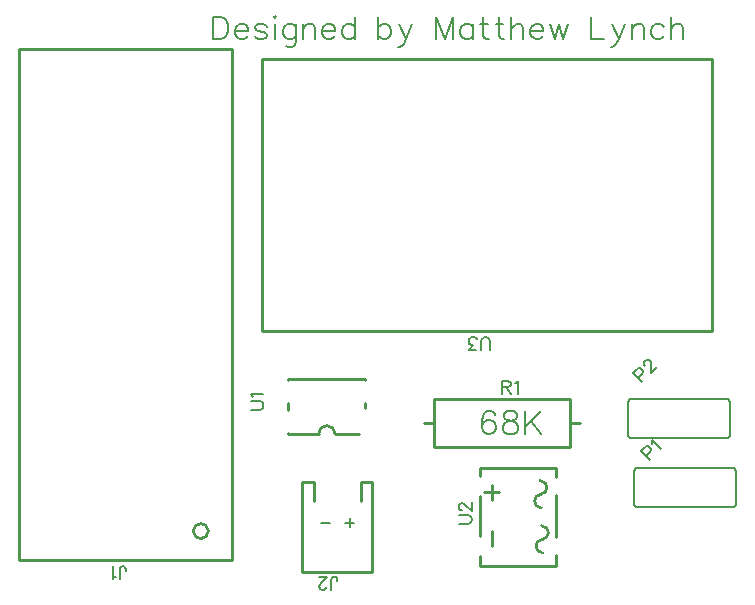
<source format=gto>
G04 Layer: TopSilkLayer*
G04 EasyEDA v6.4.25, 2022-04-24T12:17:40--3:00*
G04 602a4f6619a94e3489c8bc082f1fd867,10*
G04 Gerber Generator version 0.2*
G04 Scale: 100 percent, Rotated: No, Reflected: No *
G04 Dimensions in millimeters *
G04 leading zeros omitted , absolute positions ,4 integer and 5 decimal *
%FSLAX45Y45*%
%MOMM*%

%ADD10C,0.2540*%
%ADD19C,0.2000*%
%ADD20C,0.2032*%
%ADD21C,0.1524*%

%LPD*%
D20*
X3507993Y671576D02*
G01*
X3507993Y589534D01*
X3467100Y630681D02*
G01*
X3548888Y630681D01*
X3263900Y630681D02*
G01*
X3345688Y630681D01*
X2349500Y4913629D02*
G01*
X2349500Y4722621D01*
X2349500Y4913629D02*
G01*
X2413254Y4913629D01*
X2440431Y4904486D01*
X2458465Y4886197D01*
X2467609Y4868163D01*
X2476754Y4840731D01*
X2476754Y4795265D01*
X2467609Y4768087D01*
X2458465Y4749800D01*
X2440431Y4731765D01*
X2413254Y4722621D01*
X2349500Y4722621D01*
X2536697Y4795265D02*
G01*
X2645918Y4795265D01*
X2645918Y4813554D01*
X2636774Y4831587D01*
X2627629Y4840731D01*
X2609595Y4849876D01*
X2582163Y4849876D01*
X2564129Y4840731D01*
X2545841Y4822697D01*
X2536697Y4795265D01*
X2536697Y4777231D01*
X2545841Y4749800D01*
X2564129Y4731765D01*
X2582163Y4722621D01*
X2609595Y4722621D01*
X2627629Y4731765D01*
X2645918Y4749800D01*
X2805938Y4822697D02*
G01*
X2796793Y4840731D01*
X2769615Y4849876D01*
X2742184Y4849876D01*
X2715006Y4840731D01*
X2705861Y4822697D01*
X2715006Y4804410D01*
X2733040Y4795265D01*
X2778506Y4786121D01*
X2796793Y4777231D01*
X2805938Y4758944D01*
X2805938Y4749800D01*
X2796793Y4731765D01*
X2769615Y4722621D01*
X2742184Y4722621D01*
X2715006Y4731765D01*
X2705861Y4749800D01*
X2865881Y4913629D02*
G01*
X2875025Y4904486D01*
X2884170Y4913629D01*
X2875025Y4922520D01*
X2865881Y4913629D01*
X2875025Y4849876D02*
G01*
X2875025Y4722621D01*
X3053079Y4849876D02*
G01*
X3053079Y4704334D01*
X3043936Y4677155D01*
X3035045Y4668012D01*
X3016758Y4658868D01*
X2989579Y4658868D01*
X2971291Y4668012D01*
X3053079Y4822697D02*
G01*
X3035045Y4840731D01*
X3016758Y4849876D01*
X2989579Y4849876D01*
X2971291Y4840731D01*
X2953258Y4822697D01*
X2944113Y4795265D01*
X2944113Y4777231D01*
X2953258Y4749800D01*
X2971291Y4731765D01*
X2989579Y4722621D01*
X3016758Y4722621D01*
X3035045Y4731765D01*
X3053079Y4749800D01*
X3113024Y4849876D02*
G01*
X3113024Y4722621D01*
X3113024Y4813554D02*
G01*
X3140456Y4840731D01*
X3158490Y4849876D01*
X3185922Y4849876D01*
X3203956Y4840731D01*
X3213100Y4813554D01*
X3213100Y4722621D01*
X3273043Y4795265D02*
G01*
X3382263Y4795265D01*
X3382263Y4813554D01*
X3373120Y4831587D01*
X3363975Y4840731D01*
X3345941Y4849876D01*
X3318509Y4849876D01*
X3300475Y4840731D01*
X3282188Y4822697D01*
X3273043Y4795265D01*
X3273043Y4777231D01*
X3282188Y4749800D01*
X3300475Y4731765D01*
X3318509Y4722621D01*
X3345941Y4722621D01*
X3363975Y4731765D01*
X3382263Y4749800D01*
X3551427Y4913629D02*
G01*
X3551427Y4722621D01*
X3551427Y4822697D02*
G01*
X3533140Y4840731D01*
X3514852Y4849876D01*
X3487674Y4849876D01*
X3469386Y4840731D01*
X3451352Y4822697D01*
X3442208Y4795265D01*
X3442208Y4777231D01*
X3451352Y4749800D01*
X3469386Y4731765D01*
X3487674Y4722621D01*
X3514852Y4722621D01*
X3533140Y4731765D01*
X3551427Y4749800D01*
X3751325Y4913629D02*
G01*
X3751325Y4722621D01*
X3751325Y4822697D02*
G01*
X3769613Y4840731D01*
X3787647Y4849876D01*
X3815079Y4849876D01*
X3833113Y4840731D01*
X3851402Y4822697D01*
X3860291Y4795265D01*
X3860291Y4777231D01*
X3851402Y4749800D01*
X3833113Y4731765D01*
X3815079Y4722621D01*
X3787647Y4722621D01*
X3769613Y4731765D01*
X3751325Y4749800D01*
X3929379Y4849876D02*
G01*
X3983990Y4722621D01*
X4038600Y4849876D02*
G01*
X3983990Y4722621D01*
X3965956Y4686300D01*
X3947668Y4668012D01*
X3929379Y4658868D01*
X3920490Y4658868D01*
X4238497Y4913629D02*
G01*
X4238497Y4722621D01*
X4238497Y4913629D02*
G01*
X4311395Y4722621D01*
X4384040Y4913629D02*
G01*
X4311395Y4722621D01*
X4384040Y4913629D02*
G01*
X4384040Y4722621D01*
X4553204Y4849876D02*
G01*
X4553204Y4722621D01*
X4553204Y4822697D02*
G01*
X4534915Y4840731D01*
X4516881Y4849876D01*
X4489450Y4849876D01*
X4471415Y4840731D01*
X4453127Y4822697D01*
X4443984Y4795265D01*
X4443984Y4777231D01*
X4453127Y4749800D01*
X4471415Y4731765D01*
X4489450Y4722621D01*
X4516881Y4722621D01*
X4534915Y4731765D01*
X4553204Y4749800D01*
X4640325Y4913629D02*
G01*
X4640325Y4758944D01*
X4649470Y4731765D01*
X4667758Y4722621D01*
X4685791Y4722621D01*
X4613147Y4849876D02*
G01*
X4676647Y4849876D01*
X4773168Y4913629D02*
G01*
X4773168Y4758944D01*
X4782311Y4731765D01*
X4800345Y4722621D01*
X4818634Y4722621D01*
X4745990Y4849876D02*
G01*
X4809490Y4849876D01*
X4878577Y4913629D02*
G01*
X4878577Y4722621D01*
X4878577Y4813554D02*
G01*
X4905756Y4840731D01*
X4924043Y4849876D01*
X4951222Y4849876D01*
X4969509Y4840731D01*
X4978654Y4813554D01*
X4978654Y4722621D01*
X5038597Y4795265D02*
G01*
X5147563Y4795265D01*
X5147563Y4813554D01*
X5138674Y4831587D01*
X5129529Y4840731D01*
X5111241Y4849876D01*
X5084063Y4849876D01*
X5065775Y4840731D01*
X5047741Y4822697D01*
X5038597Y4795265D01*
X5038597Y4777231D01*
X5047741Y4749800D01*
X5065775Y4731765D01*
X5084063Y4722621D01*
X5111241Y4722621D01*
X5129529Y4731765D01*
X5147563Y4749800D01*
X5207761Y4849876D02*
G01*
X5244084Y4722621D01*
X5280406Y4849876D02*
G01*
X5244084Y4722621D01*
X5280406Y4849876D02*
G01*
X5316727Y4722621D01*
X5353050Y4849876D02*
G01*
X5316727Y4722621D01*
X5553202Y4913629D02*
G01*
X5553202Y4722621D01*
X5553202Y4722621D02*
G01*
X5662168Y4722621D01*
X5731256Y4849876D02*
G01*
X5785865Y4722621D01*
X5840475Y4849876D02*
G01*
X5785865Y4722621D01*
X5767577Y4686300D01*
X5749543Y4668012D01*
X5731256Y4658868D01*
X5722111Y4658868D01*
X5900420Y4849876D02*
G01*
X5900420Y4722621D01*
X5900420Y4813554D02*
G01*
X5927597Y4840731D01*
X5945886Y4849876D01*
X5973063Y4849876D01*
X5991352Y4840731D01*
X6000495Y4813554D01*
X6000495Y4722621D01*
X6169406Y4822697D02*
G01*
X6151372Y4840731D01*
X6133084Y4849876D01*
X6105906Y4849876D01*
X6087618Y4840731D01*
X6069584Y4822697D01*
X6060440Y4795265D01*
X6060440Y4777231D01*
X6069584Y4749800D01*
X6087618Y4731765D01*
X6105906Y4722621D01*
X6133084Y4722621D01*
X6151372Y4731765D01*
X6169406Y4749800D01*
X6229604Y4913629D02*
G01*
X6229604Y4722621D01*
X6229604Y4813554D02*
G01*
X6256781Y4840731D01*
X6275070Y4849876D01*
X6302247Y4849876D01*
X6320536Y4840731D01*
X6329425Y4813554D01*
X6329425Y4722621D01*
D21*
X3351529Y62484D02*
G01*
X3351529Y145542D01*
X3356863Y161289D01*
X3361943Y166370D01*
X3372358Y171450D01*
X3382772Y171450D01*
X3393186Y166370D01*
X3398520Y161289D01*
X3403600Y145542D01*
X3403600Y135128D01*
X3312159Y88392D02*
G01*
X3312159Y83312D01*
X3307079Y72897D01*
X3301745Y67563D01*
X3291331Y62484D01*
X3270504Y62484D01*
X3260090Y67563D01*
X3255009Y72897D01*
X3249929Y83312D01*
X3249929Y93726D01*
X3255009Y104139D01*
X3265424Y119634D01*
X3317240Y171450D01*
X3244595Y171450D01*
X5976358Y1237241D02*
G01*
X6053409Y1160190D01*
X5976358Y1237241D02*
G01*
X6009406Y1270289D01*
X6023952Y1277653D01*
X6031496Y1277653D01*
X6042454Y1273881D01*
X6053409Y1262923D01*
X6057181Y1251968D01*
X6057000Y1244605D01*
X6049817Y1229878D01*
X6016769Y1196830D01*
X6066701Y1298127D02*
G01*
X6070292Y1309263D01*
X6070472Y1331353D01*
X6147521Y1254302D01*
X5909777Y1898169D02*
G01*
X5986828Y1821119D01*
X5909777Y1898169D02*
G01*
X5942825Y1931217D01*
X5957374Y1938581D01*
X5964915Y1938578D01*
X5975873Y1934809D01*
X5986828Y1923854D01*
X5990600Y1912896D01*
X5990422Y1905533D01*
X5983236Y1890806D01*
X5950188Y1857758D01*
X6007483Y1959234D02*
G01*
X6003891Y1962828D01*
X6000120Y1973783D01*
X6000120Y1981327D01*
X6003889Y1992284D01*
X6018438Y2006831D01*
X6029396Y2010603D01*
X6036937Y2010603D01*
X6047894Y2006831D01*
X6055258Y1999465D01*
X6059030Y1988512D01*
X6062621Y1970191D01*
X6062441Y1896732D01*
X6113990Y1948281D01*
X4798199Y1829818D02*
G01*
X4798197Y1720850D01*
X4798199Y1829818D02*
G01*
X4844935Y1829818D01*
X4860429Y1824738D01*
X4865763Y1819402D01*
X4870843Y1808987D01*
X4870843Y1798576D01*
X4865761Y1788160D01*
X4860429Y1783079D01*
X4844933Y1778000D01*
X4798199Y1777997D01*
X4834521Y1778000D02*
G01*
X4870841Y1720850D01*
X4905136Y1808987D02*
G01*
X4915545Y1814324D01*
X4931293Y1829815D01*
X4931298Y1720850D01*
D20*
X4736477Y1545589D02*
G01*
X4727331Y1564131D01*
X4699391Y1573278D01*
X4681105Y1573276D01*
X4653419Y1564131D01*
X4634880Y1536192D01*
X4625733Y1490218D01*
X4625731Y1443989D01*
X4634877Y1406905D01*
X4653419Y1388618D01*
X4681105Y1379220D01*
X4690249Y1379217D01*
X4717935Y1388618D01*
X4736477Y1406908D01*
X4745619Y1434594D01*
X4745621Y1443992D01*
X4736477Y1471676D01*
X4717935Y1490218D01*
X4690249Y1499359D01*
X4681105Y1499359D01*
X4653419Y1490220D01*
X4634875Y1471673D01*
X4625731Y1443989D01*
X4852809Y1573276D02*
G01*
X4825121Y1564131D01*
X4815977Y1545589D01*
X4815977Y1527047D01*
X4825126Y1508505D01*
X4843668Y1499362D01*
X4880493Y1490220D01*
X4908181Y1480817D01*
X4926723Y1462531D01*
X4935870Y1443987D01*
X4935870Y1416304D01*
X4926721Y1397762D01*
X4917579Y1388618D01*
X4889893Y1379217D01*
X4852809Y1379220D01*
X4825121Y1388615D01*
X4815979Y1397759D01*
X4806579Y1416304D01*
X4806579Y1443989D01*
X4815979Y1462531D01*
X4834267Y1480820D01*
X4861953Y1490215D01*
X4899037Y1499362D01*
X4917577Y1508505D01*
X4926723Y1527047D01*
X4926723Y1545589D01*
X4917579Y1564131D01*
X4889891Y1573278D01*
X4852809Y1573276D01*
X4996827Y1573276D02*
G01*
X4996827Y1379220D01*
X5126113Y1573276D02*
G01*
X4996827Y1443989D01*
X5043058Y1490218D02*
G01*
X5126116Y1379220D01*
D21*
X4431284Y622300D02*
G01*
X4509261Y622300D01*
X4524756Y627379D01*
X4535170Y637794D01*
X4540250Y653542D01*
X4540250Y663955D01*
X4535170Y679450D01*
X4524756Y689863D01*
X4509261Y694944D01*
X4431284Y694944D01*
X4457191Y734568D02*
G01*
X4452111Y734568D01*
X4441697Y739647D01*
X4436363Y744981D01*
X4431284Y755395D01*
X4431284Y775970D01*
X4436363Y786384D01*
X4441697Y791718D01*
X4452111Y796797D01*
X4462525Y796797D01*
X4472940Y791718D01*
X4488434Y781304D01*
X4540250Y729234D01*
X4540250Y802131D01*
X4695405Y2092782D02*
G01*
X4695405Y2170760D01*
X4690325Y2186254D01*
X4679911Y2196668D01*
X4664163Y2201748D01*
X4653749Y2201748D01*
X4638255Y2196668D01*
X4627841Y2186254D01*
X4622761Y2170760D01*
X4622761Y2092782D01*
X4578057Y2092782D02*
G01*
X4520907Y2092782D01*
X4551895Y2134438D01*
X4536401Y2134438D01*
X4525987Y2139518D01*
X4520907Y2144598D01*
X4515573Y2160346D01*
X4515573Y2170760D01*
X4520907Y2186254D01*
X4531321Y2196668D01*
X4546815Y2201748D01*
X4562309Y2201748D01*
X4578057Y2196668D01*
X4583137Y2191588D01*
X4588471Y2181174D01*
X2668981Y1587500D02*
G01*
X2746959Y1587500D01*
X2762453Y1592579D01*
X2772867Y1602994D01*
X2777947Y1618742D01*
X2777947Y1629155D01*
X2772867Y1644650D01*
X2762453Y1655063D01*
X2746959Y1660144D01*
X2668981Y1660144D01*
X2689809Y1694434D02*
G01*
X2684475Y1704847D01*
X2668981Y1720595D01*
X2777947Y1720595D01*
X1560829Y151384D02*
G01*
X1560829Y234442D01*
X1566163Y250189D01*
X1571244Y255270D01*
X1581657Y260350D01*
X1592071Y260350D01*
X1602486Y255270D01*
X1607820Y250189D01*
X1612900Y234442D01*
X1612900Y224028D01*
X1526539Y172212D02*
G01*
X1516379Y166878D01*
X1500631Y151384D01*
X1500631Y260350D01*
D10*
X3604259Y812800D02*
G01*
X3604259Y972820D01*
X3604259Y972820D02*
G01*
X3698240Y972820D01*
X3698240Y972820D02*
G01*
X3698240Y213360D01*
X3698240Y213360D02*
G01*
X3108959Y213360D01*
X3108959Y213360D02*
G01*
X3108959Y972820D01*
X3108959Y972820D02*
G01*
X3202940Y972820D01*
X3202940Y972820D02*
G01*
X3202940Y812800D01*
D19*
X5916394Y927100D02*
G01*
X5916394Y783414D01*
X5934354Y765454D01*
X6760540Y765454D01*
X6778500Y783414D01*
X6778500Y1070785D01*
X6760540Y1088745D01*
X5934354Y1088745D01*
X5916394Y1070785D01*
X5916394Y927100D01*
X5865594Y1511300D02*
G01*
X5865594Y1367614D01*
X5883556Y1349654D01*
X6709737Y1349654D01*
X6727700Y1367617D01*
X6727697Y1654982D01*
X6709740Y1672945D01*
X5883554Y1672943D01*
X5865594Y1654985D01*
X5865594Y1511300D01*
D10*
X4216285Y1473200D02*
G01*
X4140085Y1473197D01*
X5384685Y1473200D02*
G01*
X5460888Y1473200D01*
X4225607Y1673202D02*
G01*
X5375617Y1673202D01*
X5375617Y1273200D01*
X4225610Y1273200D01*
X4225607Y1673202D01*
X4711700Y825500D02*
G01*
X4711700Y952500D01*
X4775200Y889000D02*
G01*
X4648200Y889000D01*
X4711700Y431800D02*
G01*
X4711700Y558800D01*
X4610100Y266700D02*
G01*
X5257800Y266700D01*
X5257800Y354510D01*
X4610100Y345500D02*
G01*
X4610100Y266700D01*
X4610100Y855499D02*
G01*
X4610100Y516092D01*
X5257800Y1017084D02*
G01*
X5257800Y1092200D01*
X4610100Y1092200D01*
X4610100Y1026091D01*
X5257800Y507083D02*
G01*
X5257800Y864511D01*
X6578592Y4559300D02*
G01*
X2768597Y4559300D01*
X2768597Y2253599D02*
G01*
X6578592Y2253599D01*
X6578592Y4559300D01*
X2768597Y2253599D02*
G01*
X2768597Y4553602D01*
X2989699Y1842899D02*
G01*
X3639700Y1842899D01*
X2989699Y1382900D02*
G01*
X3245764Y1382900D01*
X3586642Y1382900D02*
G01*
X3383635Y1382900D01*
X2989699Y1382900D02*
G01*
X2989699Y1387660D01*
X2989699Y1584139D02*
G01*
X2989699Y1641660D01*
X2989699Y1838139D02*
G01*
X2989699Y1842899D01*
X3639700Y1842899D02*
G01*
X3639700Y1838139D01*
X3639700Y1641660D02*
G01*
X3639700Y1599013D01*
X2512898Y316509D02*
G01*
X712901Y316509D01*
X712901Y4636515D01*
X2512898Y4636515D01*
X2512898Y316509D01*
G75*
G01*
X5143500Y374650D02*
G02*
X5143500Y488950I0J57150D01*
G75*
G01*
X5133975Y603250D02*
G02*
X5133975Y488950I0J-57150D01*
G75*
G01*
X5130800Y755650D02*
G02*
X5130800Y869950I0J57150D01*
G75*
G01*
X5121275Y984250D02*
G02*
X5121275Y869950I0J-57150D01*
G75*
G01*
X3245764Y1382900D02*
G02*
X3383737Y1382776I68987J-62D01*
G75*
G01
X2311400Y558800D02*
G03X2311400Y558800I-63500J0D01*
M02*

</source>
